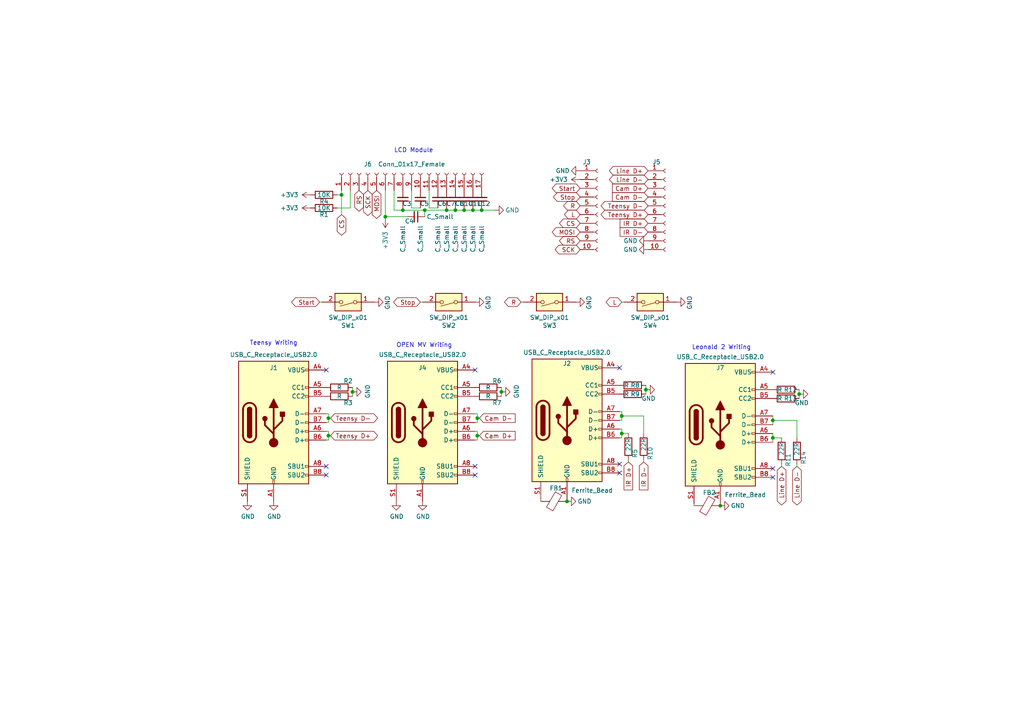
<source format=kicad_sch>
(kicad_sch (version 20211123) (generator eeschema)
  (paper "A4")
  (lib_symbols
    (symbol "Connector:Conn_01x10_Female" (pin_names (offset 1.016) hide)
      (property "Reference" "J" (at 0 12.7 0))
      (property "Value" "Conn_01x10_Female" (at 0 -15.24 0))
      (symbol "Conn_01x10_Female_1_1"
        (arc (start 0 -12.192) (mid -0.508 -12.7) (end 0 -13.208) (stroke (width 0.1524)))
        (arc (start 0 -9.652) (mid -0.508 -10.16) (end 0 -10.668) (stroke (width 0.1524)))
        (arc (start 0 -7.112) (mid -0.508 -7.62) (end 0 -8.128) (stroke (width 0.1524)))
        (arc (start 0 -4.572) (mid -0.508 -5.08) (end 0 -5.588) (stroke (width 0.1524)))
        (arc (start 0 -2.032) (mid -0.508 -2.54) (end 0 -3.048) (stroke (width 0.1524)))
        (polyline (pts (xy -1.27 -12.7) (xy -0.508 -12.7)) (stroke (width 0.1524)))
        (polyline (pts (xy -1.27 -10.16) (xy -0.508 -10.16)) (stroke (width 0.1524)))
        (polyline (pts (xy -1.27 -7.62) (xy -0.508 -7.62)) (stroke (width 0.1524)))
        (polyline (pts (xy -1.27 -5.08) (xy -0.508 -5.08)) (stroke (width 0.1524)))
        (polyline (pts (xy -1.27 -2.54) (xy -0.508 -2.54)) (stroke (width 0.1524)))
        (polyline (pts (xy -1.27 0) (xy -0.508 0)) (stroke (width 0.1524)))
        (polyline (pts (xy -1.27 2.54) (xy -0.508 2.54)) (stroke (width 0.1524)))
        (polyline (pts (xy -1.27 5.08) (xy -0.508 5.08)) (stroke (width 0.1524)))
        (polyline (pts (xy -1.27 7.62) (xy -0.508 7.62)) (stroke (width 0.1524)))
        (polyline (pts (xy -1.27 10.16) (xy -0.508 10.16)) (stroke (width 0.1524)))
        (arc (start 0 0.508) (mid -0.508 0) (end 0 -0.508) (stroke (width 0.1524)))
        (arc (start 0 3.048) (mid -0.508 2.54) (end 0 2.032) (stroke (width 0.1524)))
        (arc (start 0 5.588) (mid -0.508 5.08) (end 0 4.572) (stroke (width 0.1524)))
        (arc (start 0 8.128) (mid -0.508 7.62) (end 0 7.112) (stroke (width 0.1524)))
        (arc (start 0 10.668) (mid -0.508 10.16) (end 0 9.652) (stroke (width 0.1524)))
        (pin passive line (at -5.08 10.16 0) (length 3.81) (name "Pin_1") (number "1"))
        (pin passive line (at -5.08 -12.7 0) (length 3.81) (name "Pin_10") (number "10"))
        (pin passive line (at -5.08 7.62 0) (length 3.81) (name "Pin_2") (number "2"))
        (pin passive line (at -5.08 5.08 0) (length 3.81) (name "Pin_3") (number "3"))
        (pin passive line (at -5.08 2.54 0) (length 3.81) (name "Pin_4") (number "4"))
        (pin passive line (at -5.08 0 0) (length 3.81) (name "Pin_5") (number "5"))
        (pin passive line (at -5.08 -2.54 0) (length 3.81) (name "Pin_6") (number "6"))
        (pin passive line (at -5.08 -5.08 0) (length 3.81) (name "Pin_7") (number "7"))
        (pin passive line (at -5.08 -7.62 0) (length 3.81) (name "Pin_8") (number "8"))
        (pin passive line (at -5.08 -10.16 0) (length 3.81) (name "Pin_9") (number "9"))
      )
    )
    (symbol "Connector:Conn_01x17_Female" (pin_names (offset 1.016) hide)
      (property "Reference" "J" (at 0 22.86 0))
      (property "Value" "Conn_01x17_Female" (at 0 -22.86 0))
      (symbol "Conn_01x17_Female_1_1"
        (arc (start 0 -19.812) (mid -0.508 -20.32) (end 0 -20.828) (stroke (width 0.1524)))
        (arc (start 0 -17.272) (mid -0.508 -17.78) (end 0 -18.288) (stroke (width 0.1524)))
        (arc (start 0 -14.732) (mid -0.508 -15.24) (end 0 -15.748) (stroke (width 0.1524)))
        (arc (start 0 -12.192) (mid -0.508 -12.7) (end 0 -13.208) (stroke (width 0.1524)))
        (arc (start 0 -9.652) (mid -0.508 -10.16) (end 0 -10.668) (stroke (width 0.1524)))
        (arc (start 0 -7.112) (mid -0.508 -7.62) (end 0 -8.128) (stroke (width 0.1524)))
        (arc (start 0 -4.572) (mid -0.508 -5.08) (end 0 -5.588) (stroke (width 0.1524)))
        (arc (start 0 -2.032) (mid -0.508 -2.54) (end 0 -3.048) (stroke (width 0.1524)))
        (polyline (pts (xy -1.27 -20.32) (xy -0.508 -20.32)) (stroke (width 0.1524)))
        (polyline (pts (xy -1.27 -17.78) (xy -0.508 -17.78)) (stroke (width 0.1524)))
        (polyline (pts (xy -1.27 -15.24) (xy -0.508 -15.24)) (stroke (width 0.1524)))
        (polyline (pts (xy -1.27 -12.7) (xy -0.508 -12.7)) (stroke (width 0.1524)))
        (polyline (pts (xy -1.27 -10.16) (xy -0.508 -10.16)) (stroke (width 0.1524)))
        (polyline (pts (xy -1.27 -7.62) (xy -0.508 -7.62)) (stroke (width 0.1524)))
        (polyline (pts (xy -1.27 -5.08) (xy -0.508 -5.08)) (stroke (width 0.1524)))
        (polyline (pts (xy -1.27 -2.54) (xy -0.508 -2.54)) (stroke (width 0.1524)))
        (polyline (pts (xy -1.27 0) (xy -0.508 0)) (stroke (width 0.1524)))
        (polyline (pts (xy -1.27 2.54) (xy -0.508 2.54)) (stroke (width 0.1524)))
        (polyline (pts (xy -1.27 5.08) (xy -0.508 5.08)) (stroke (width 0.1524)))
        (polyline (pts (xy -1.27 7.62) (xy -0.508 7.62)) (stroke (width 0.1524)))
        (polyline (pts (xy -1.27 10.16) (xy -0.508 10.16)) (stroke (width 0.1524)))
        (polyline (pts (xy -1.27 12.7) (xy -0.508 12.7)) (stroke (width 0.1524)))
        (polyline (pts (xy -1.27 15.24) (xy -0.508 15.24)) (stroke (width 0.1524)))
        (polyline (pts (xy -1.27 17.78) (xy -0.508 17.78)) (stroke (width 0.1524)))
        (polyline (pts (xy -1.27 20.32) (xy -0.508 20.32)) (stroke (width 0.1524)))
        (arc (start 0 0.508) (mid -0.508 0) (end 0 -0.508) (stroke (width 0.1524)))
        (arc (start 0 3.048) (mid -0.508 2.54) (end 0 2.032) (stroke (width 0.1524)))
        (arc (start 0 5.588) (mid -0.508 5.08) (end 0 4.572) (stroke (width 0.1524)))
        (arc (start 0 8.128) (mid -0.508 7.62) (end 0 7.112) (stroke (width 0.1524)))
        (arc (start 0 10.668) (mid -0.508 10.16) (end 0 9.652) (stroke (width 0.1524)))
        (arc (start 0 13.208) (mid -0.508 12.7) (end 0 12.192) (stroke (width 0.1524)))
        (arc (start 0 15.748) (mid -0.508 15.24) (end 0 14.732) (stroke (width 0.1524)))
        (arc (start 0 18.288) (mid -0.508 17.78) (end 0 17.272) (stroke (width 0.1524)))
        (arc (start 0 20.828) (mid -0.508 20.32) (end 0 19.812) (stroke (width 0.1524)))
        (pin passive line (at -5.08 20.32 0) (length 3.81) (name "Pin_1") (number "1"))
        (pin passive line (at -5.08 -2.54 0) (length 3.81) (name "Pin_10") (number "10"))
        (pin passive line (at -5.08 -5.08 0) (length 3.81) (name "Pin_11") (number "11"))
        (pin passive line (at -5.08 -7.62 0) (length 3.81) (name "Pin_12") (number "12"))
        (pin passive line (at -5.08 -10.16 0) (length 3.81) (name "Pin_13") (number "13"))
        (pin passive line (at -5.08 -12.7 0) (length 3.81) (name "Pin_14") (number "14"))
        (pin passive line (at -5.08 -15.24 0) (length 3.81) (name "Pin_15") (number "15"))
        (pin passive line (at -5.08 -17.78 0) (length 3.81) (name "Pin_16") (number "16"))
        (pin passive line (at -5.08 -20.32 0) (length 3.81) (name "Pin_17") (number "17"))
        (pin passive line (at -5.08 17.78 0) (length 3.81) (name "Pin_2") (number "2"))
        (pin passive line (at -5.08 15.24 0) (length 3.81) (name "Pin_3") (number "3"))
        (pin passive line (at -5.08 12.7 0) (length 3.81) (name "Pin_4") (number "4"))
        (pin passive line (at -5.08 10.16 0) (length 3.81) (name "Pin_5") (number "5"))
        (pin passive line (at -5.08 7.62 0) (length 3.81) (name "Pin_6") (number "6"))
        (pin passive line (at -5.08 5.08 0) (length 3.81) (name "Pin_7") (number "7"))
        (pin passive line (at -5.08 2.54 0) (length 3.81) (name "Pin_8") (number "8"))
        (pin passive line (at -5.08 0 0) (length 3.81) (name "Pin_9") (number "9"))
      )
    )
    (symbol "Connector:USB_C_Receptacle_USB2.0" (pin_names (offset 1.016))
      (property "Reference" "J" (at -10.16 19.05 0))
      (property "Value" "USB_C_Receptacle_USB2.0" (at 19.05 19.05 0))
      (symbol "USB_C_Receptacle_USB2.0_0_0"
        (rectangle (start -0.254 -17.78) (end 0.254 -16.764))
        (rectangle (start 10.16 -14.986) (end 9.144 -15.494))
        (rectangle (start 10.16 -12.446) (end 9.144 -12.954))
        (rectangle (start 10.16 -4.826) (end 9.144 -5.334))
        (rectangle (start 10.16 -2.286) (end 9.144 -2.794))
        (rectangle (start 10.16 0.254) (end 9.144 -0.254))
        (rectangle (start 10.16 2.794) (end 9.144 2.286))
        (rectangle (start 10.16 7.874) (end 9.144 7.366))
        (rectangle (start 10.16 10.414) (end 9.144 9.906))
        (rectangle (start 10.16 15.494) (end 9.144 14.986))
      )
      (symbol "USB_C_Receptacle_USB2.0_0_1"
        (rectangle (start -10.16 17.78) (end 10.16 -17.78) (stroke (width 0.254)) (fill (type background)))
        (arc (start -8.89 -3.81) (mid -6.985 -5.715) (end -5.08 -3.81) (stroke (width 0.508)))
        (arc (start -7.62 -3.81) (mid -6.985 -4.445) (end -6.35 -3.81) (stroke (width 0.254)))
        (arc (start -7.62 -3.81) (mid -6.985 -4.445) (end -6.35 -3.81) (stroke (width 0.254)) (fill (type outline)))
        (rectangle (start -7.62 -3.81) (end -6.35 3.81) (stroke (width 0.254)) (fill (type outline)))
        (arc (start -6.35 3.81) (mid -6.985 4.445) (end -7.62 3.81) (stroke (width 0.254)))
        (arc (start -6.35 3.81) (mid -6.985 4.445) (end -7.62 3.81) (stroke (width 0.254)) (fill (type outline)))
        (arc (start -5.08 3.81) (mid -6.985 5.715) (end -8.89 3.81) (stroke (width 0.508)))
        (circle (center -2.54 1.143) (radius 0.635) (stroke (width 0.254)) (fill (type outline)))
        (circle (center 0 -5.842) (radius 1.27) (fill (type outline)))
        (polyline (pts (xy -8.89 -3.81) (xy -8.89 3.81)) (stroke (width 0.508)))
        (polyline (pts (xy -5.08 3.81) (xy -5.08 -3.81)) (stroke (width 0.508)))
        (polyline (pts (xy 0 -5.842) (xy 0 4.318)) (stroke (width 0.508)))
        (polyline (pts (xy 0 -3.302) (xy -2.54 -0.762) (xy -2.54 0.508)) (stroke (width 0.508)))
        (polyline (pts (xy 0 -2.032) (xy 2.54 0.508) (xy 2.54 1.778)) (stroke (width 0.508)))
        (polyline (pts (xy -1.27 4.318) (xy 0 6.858) (xy 1.27 4.318) (xy -1.27 4.318)) (stroke (width 0.254)) (fill (type outline)))
        (rectangle (start 1.905 1.778) (end 3.175 3.048) (stroke (width 0.254)) (fill (type outline)))
      )
      (symbol "USB_C_Receptacle_USB2.0_1_1"
        (pin passive line (at 0 -22.86 90) (length 5.08) (name "GND") (number "A1"))
        (pin passive line (at 0 -22.86 90) (length 5.08) hide (name "GND") (number "A12"))
        (pin passive line (at 15.24 15.24 180) (length 5.08) (name "VBUS") (number "A4"))
        (pin bidirectional line (at 15.24 10.16 180) (length 5.08) (name "CC1") (number "A5"))
        (pin bidirectional line (at 15.24 -2.54 180) (length 5.08) (name "D+") (number "A6"))
        (pin bidirectional line (at 15.24 2.54 180) (length 5.08) (name "D-") (number "A7"))
        (pin bidirectional line (at 15.24 -12.7 180) (length 5.08) (name "SBU1") (number "A8"))
        (pin passive line (at 15.24 15.24 180) (length 5.08) hide (name "VBUS") (number "A9"))
        (pin passive line (at 0 -22.86 90) (length 5.08) hide (name "GND") (number "B1"))
        (pin passive line (at 0 -22.86 90) (length 5.08) hide (name "GND") (number "B12"))
        (pin passive line (at 15.24 15.24 180) (length 5.08) hide (name "VBUS") (number "B4"))
        (pin bidirectional line (at 15.24 7.62 180) (length 5.08) (name "CC2") (number "B5"))
        (pin bidirectional line (at 15.24 -5.08 180) (length 5.08) (name "D+") (number "B6"))
        (pin bidirectional line (at 15.24 0 180) (length 5.08) (name "D-") (number "B7"))
        (pin bidirectional line (at 15.24 -15.24 180) (length 5.08) (name "SBU2") (number "B8"))
        (pin passive line (at 15.24 15.24 180) (length 5.08) hide (name "VBUS") (number "B9"))
        (pin passive line (at -7.62 -22.86 90) (length 5.08) (name "SHIELD") (number "S1"))
      )
    )
    (symbol "Device:C_Small" (pin_numbers hide) (pin_names (offset 0.254) hide)
      (property "Reference" "C" (at 0.254 1.778 0))
      (property "Value" "C_Small" (at 0.254 -2.032 0))
      (symbol "C_Small_0_1"
        (polyline (pts (xy -1.524 -0.508) (xy 1.524 -0.508)) (stroke (width 0.3302)))
        (polyline (pts (xy -1.524 0.508) (xy 1.524 0.508)) (stroke (width 0.3048)))
      )
      (symbol "C_Small_1_1"
        (pin passive line (at 0 2.54 270) (length 2.032) (name "~") (number "1"))
        (pin passive line (at 0 -2.54 90) (length 2.032) (name "~") (number "2"))
      )
    )
    (symbol "Device:R" (pin_numbers hide) (pin_names (offset 0))
      (property "Reference" "R" (at 2.032 0 90))
      (property "Value" "R" (at 0 0 90))
      (symbol "R_0_1"
        (rectangle (start -1.016 -2.54) (end 1.016 2.54) (stroke (width 0.254)))
      )
      (symbol "R_1_1"
        (pin passive line (at 0 3.81 270) (length 1.27) (name "~") (number "1"))
        (pin passive line (at 0 -3.81 90) (length 1.27) (name "~") (number "2"))
      )
    )
    (symbol "Switch:SW_DIP_x01" (pin_names (offset 0) hide)
      (property "Reference" "SW" (at 0 3.81 0))
      (property "Value" "SW_DIP_x01" (at 0 -3.81 0))
      (symbol "SW_DIP_x01_0_0"
        (circle (center -2.032 0) (radius 0.508))
        (polyline (pts (xy -1.524 0.127) (xy 2.3622 1.1684)))
        (circle (center 2.032 0) (radius 0.508))
      )
      (symbol "SW_DIP_x01_0_1"
        (rectangle (start -3.81 2.54) (end 3.81 -2.54) (stroke (width 0.254)) (fill (type background)))
      )
      (symbol "SW_DIP_x01_1_1"
        (pin passive line (at -7.62 0 0) (length 5.08) (name "~") (number "1"))
        (pin passive line (at 7.62 0 180) (length 5.08) (name "~") (number "2"))
      )
    )
    (symbol "arduino_mega2560_1-rescue:Ferrite_Bead-Device" (pin_numbers hide) (pin_names (offset 0))
      (property "Reference" "FB" (at -3.81 0.635 90))
      (property "Value" "Ferrite_Bead-Device" (at 3.81 0 90))
      (symbol "Ferrite_Bead-Device_0_1"
        (polyline (pts (xy 0 -1.27) (xy 0 -1.2192)))
        (polyline (pts (xy 0 1.27) (xy 0 1.2954)))
        (polyline (pts (xy -2.7686 0.4064) (xy -1.7018 2.2606) (xy 2.7686 -0.3048) (xy 1.6764 -2.159) (xy -2.7686 0.4064)))
      )
      (symbol "Ferrite_Bead-Device_1_1"
        (pin passive line (at 0 3.81 270) (length 2.54) (name "~") (number "1"))
        (pin passive line (at 0 -3.81 90) (length 2.54) (name "~") (number "2"))
      )
    )
    (symbol "power:+3.3V" (power) (pin_names (offset 0))
      (property "Value" "+3.3V" (at 0 3.556 0))
      (symbol "+3.3V_0_1"
        (polyline (pts (xy -0.762 1.27) (xy 0 2.54)))
        (polyline (pts (xy 0 0) (xy 0 2.54)))
        (polyline (pts (xy 0 2.54) (xy 0.762 1.27)))
      )
      (symbol "+3.3V_1_1"
        (pin power_in line (at 0 0 90) (length 0) hide (name "+3V3") (number "1"))
      )
    )
    (symbol "power:GND" (power) (pin_names (offset 0))
      (property "Value" "GND" (at 0 -3.81 0))
      (symbol "GND_0_1"
        (polyline (pts (xy 0 0) (xy 0 -1.27) (xy 1.27 -1.27) (xy 0 -2.54) (xy -1.27 -1.27) (xy 0 -1.27)))
      )
      (symbol "GND_1_1"
        (pin power_in line (at 0 0 270) (length 0) hide (name "GND") (number "1"))
      )
    )
  )
  (junction (at 95.25 121.285))
  (junction (at 139.7 60.96))
  (junction (at 164.465 145.415))
  (junction (at 102.235 113.665))
  (junction (at 180.34 125.73))
  (junction (at 224.155 121.92))
  (junction (at 123.19 60.96))
  (junction (at 129.54 60.96))
  (junction (at 138.43 121.285))
  (junction (at 180.34 120.65))
  (junction (at 137.16 60.96))
  (junction (at 111.76 62.865))
  (junction (at 134.62 60.96))
  (junction (at 187.325 113.03))
  (junction (at 145.415 113.665))
  (junction (at 99.06 56.515))
  (junction (at 224.155 127))
  (junction (at 116.84 60.96))
  (junction (at 231.775 114.3))
  (junction (at 138.43 126.365))
  (junction (at 208.915 146.685))
  (junction (at 132.08 60.96))
  (junction (at 95.25 126.365))
  (no_connect (at 179.705 106.68))
  (no_connect (at 179.705 134.62))
  (no_connect (at 224.155 138.43))
  (no_connect (at 179.705 137.16))
  (no_connect (at 94.615 107.315))
  (no_connect (at 94.615 137.795))
  (no_connect (at 94.615 135.255))
  (no_connect (at 137.795 107.315))
  (no_connect (at 137.795 135.255))
  (no_connect (at 137.795 137.795))
  (no_connect (at 224.155 135.89))
  (no_connect (at 224.155 107.95))
  (wire (pts (xy 180.34 124.46) (xy 180.34 125.73)))
  (wire (pts (xy 231.14 127) (xy 231.14 121.92)))
  (wire (pts (xy 138.43 127.635) (xy 137.795 127.635)))
  (wire (pts (xy 187.325 114.3) (xy 187.325 113.03)))
  (wire (pts (xy 114.3 60.96) (xy 116.84 60.96)))
  (wire (pts (xy 226.695 135.255) (xy 226.695 134.62)))
  (wire (pts (xy 151.13 87.63) (xy 151.765 87.63)))
  (wire (pts (xy 138.43 125.095) (xy 137.795 125.095)))
  (wire (pts (xy 134.62 60.96) (xy 134.62 60.325)))
  (wire (pts (xy 137.16 60.96) (xy 139.7 60.96)))
  (wire (pts (xy 102.235 112.395) (xy 102.235 113.665)))
  (wire (pts (xy 95.25 122.555) (xy 94.615 122.555)))
  (wire (pts (xy 231.775 114.3) (xy 231.775 113.03)))
  (wire (pts (xy 180.34 125.73) (xy 180.34 127)))
  (wire (pts (xy 186.69 133.985) (xy 186.69 133.35)))
  (wire (pts (xy 116.84 60.96) (xy 116.84 60.325)))
  (wire (pts (xy 186.69 125.73) (xy 186.69 120.65)))
  (wire (pts (xy 180.34 127) (xy 179.705 127)))
  (wire (pts (xy 231.14 135.255) (xy 231.14 134.62)))
  (wire (pts (xy 201.295 146.05) (xy 201.295 146.685)))
  (wire (pts (xy 129.54 60.96) (xy 129.54 60.325)))
  (wire (pts (xy 95.25 125.095) (xy 94.615 125.095)))
  (wire (pts (xy 139.7 60.96) (xy 139.7 60.325)))
  (wire (pts (xy 116.84 60.96) (xy 123.19 60.96)))
  (wire (pts (xy 95.25 125.095) (xy 95.25 126.365)))
  (wire (pts (xy 95.25 120.015) (xy 95.25 121.285)))
  (wire (pts (xy 208.915 146.685) (xy 208.915 146.05)))
  (wire (pts (xy 129.54 60.96) (xy 132.08 60.96)))
  (wire (pts (xy 138.43 125.095) (xy 138.43 126.365)))
  (wire (pts (xy 138.43 121.285) (xy 139.065 121.285)))
  (wire (pts (xy 224.155 120.65) (xy 224.155 121.92)))
  (wire (pts (xy 224.155 125.73) (xy 224.155 127)))
  (wire (pts (xy 187.325 113.03) (xy 187.325 111.76)))
  (wire (pts (xy 145.415 112.395) (xy 145.415 113.665)))
  (wire (pts (xy 224.155 127) (xy 226.695 127)))
  (wire (pts (xy 132.08 60.96) (xy 134.62 60.96)))
  (wire (pts (xy 101.6 60.325) (xy 97.79 60.325)))
  (wire (pts (xy 138.43 122.555) (xy 137.795 122.555)))
  (wire (pts (xy 111.76 62.865) (xy 111.76 55.245)))
  (wire (pts (xy 99.06 56.515) (xy 99.06 55.245)))
  (wire (pts (xy 99.06 62.23) (xy 99.06 56.515)))
  (wire (pts (xy 121.92 87.63) (xy 122.555 87.63)))
  (wire (pts (xy 118.11 62.865) (xy 111.76 62.865)))
  (wire (pts (xy 180.34 120.65) (xy 180.34 121.92)))
  (wire (pts (xy 231.14 121.92) (xy 224.155 121.92)))
  (wire (pts (xy 95.25 121.285) (xy 95.885 121.285)))
  (wire (pts (xy 138.43 126.365) (xy 139.065 126.365)))
  (wire (pts (xy 145.415 113.665) (xy 145.415 114.935)))
  (wire (pts (xy 180.34 119.38) (xy 180.34 120.65)))
  (wire (pts (xy 156.845 144.78) (xy 156.845 145.415)))
  (wire (pts (xy 97.79 56.515) (xy 99.06 56.515)))
  (wire (pts (xy 137.16 60.96) (xy 137.16 60.325)))
  (wire (pts (xy 186.69 120.65) (xy 180.34 120.65)))
  (wire (pts (xy 139.7 60.96) (xy 143.51 60.96)))
  (wire (pts (xy 124.46 60.325) (xy 127 60.325)))
  (wire (pts (xy 132.08 60.96) (xy 132.08 60.325)))
  (wire (pts (xy 224.155 121.92) (xy 224.155 123.19)))
  (wire (pts (xy 182.245 133.985) (xy 182.245 133.35)))
  (wire (pts (xy 138.43 120.015) (xy 137.795 120.015)))
  (wire (pts (xy 101.6 55.245) (xy 101.6 60.325)))
  (wire (pts (xy 180.34 125.73) (xy 182.245 125.73)))
  (wire (pts (xy 180.34 121.92) (xy 179.705 121.92)))
  (wire (pts (xy 224.155 127) (xy 224.155 128.27)))
  (wire (pts (xy 134.62 60.96) (xy 137.16 60.96)))
  (wire (pts (xy 95.25 127.635) (xy 94.615 127.635)))
  (wire (pts (xy 119.38 60.325) (xy 119.38 55.245)))
  (wire (pts (xy 231.775 115.57) (xy 231.775 114.3)))
  (wire (pts (xy 180.34 124.46) (xy 179.705 124.46)))
  (wire (pts (xy 111.76 63.5) (xy 111.76 62.865)))
  (wire (pts (xy 123.19 60.96) (xy 129.54 60.96)))
  (wire (pts (xy 124.46 55.245) (xy 124.46 60.325)))
  (wire (pts (xy 95.25 126.365) (xy 95.885 126.365)))
  (wire (pts (xy 180.34 119.38) (xy 179.705 119.38)))
  (wire (pts (xy 95.25 126.365) (xy 95.25 127.635)))
  (wire (pts (xy 92.71 87.63) (xy 93.345 87.63)))
  (wire (pts (xy 138.43 120.015) (xy 138.43 121.285)))
  (wire (pts (xy 102.235 113.665) (xy 102.235 114.935)))
  (wire (pts (xy 164.465 145.415) (xy 164.465 144.78)))
  (wire (pts (xy 95.25 120.015) (xy 94.615 120.015)))
  (wire (pts (xy 123.19 62.865) (xy 123.19 60.96)))
  (wire (pts (xy 180.34 87.63) (xy 180.975 87.63)))
  (wire (pts (xy 114.3 55.245) (xy 114.3 60.96)))
  (wire (pts (xy 138.43 126.365) (xy 138.43 127.635)))
  (wire (pts (xy 95.25 121.285) (xy 95.25 122.555)))
  (wire (pts (xy 121.92 60.325) (xy 119.38 60.325)))
  (wire (pts (xy 138.43 121.285) (xy 138.43 122.555)))
  (text "OPEN MV Writing" (at 114.935 100.965 0) (effects (font (size 1.27 1.27)) (justify left bottom)))
  (text "Leonald 2 Writing " (at 200.66 101.6 0) (effects (font (size 1.27 1.27)) (justify left bottom)))
  (text "Teensy Writing " (at 72.39 100.33 0) (effects (font (size 1.27 1.27)) (justify left bottom)))
  (text "LCD Module\n" (at 114.3 44.45 0) (effects (font (size 1.27 1.27)) (justify left bottom)))
  (global_label "CS" (shape bidirectional) (at 168.275 64.77 180) (property "Intersheet References" "${INTERSHEET_REFS}" (effects hide)))
  (global_label "IR D-" (shape input) (at 187.96 67.31 180) (property "Intersheet References" "${INTERSHEET_REFS}" (effects hide)))
  (global_label "Cam D+" (shape input) (at 187.96 54.61 180) (property "Intersheet References" "${INTERSHEET_REFS}" (effects hide)))
  (global_label "CS" (shape bidirectional) (at 99.06 62.23 270) (property "Intersheet References" "${INTERSHEET_REFS}" (effects hide)))
  (global_label "Line D+" (shape bidirectional) (at 226.695 135.255 270) (property "Intersheet References" "${INTERSHEET_REFS}" (effects hide)))
  (global_label "Teensy D-" (shape bidirectional) (at 95.885 121.285 0) (property "Intersheet References" "${INTERSHEET_REFS}" (effects hide)))
  (global_label "IR D+" (shape input) (at 187.96 64.77 180) (property "Intersheet References" "${INTERSHEET_REFS}" (effects hide)))
  (global_label "Teensy D+" (shape bidirectional) (at 187.96 62.23 180) (property "Intersheet References" "${INTERSHEET_REFS}" (effects hide)))
  (global_label "Cam D-" (shape input) (at 187.96 57.15 180) (property "Intersheet References" "${INTERSHEET_REFS}" (effects hide)))
  (global_label "SCK" (shape bidirectional) (at 168.275 72.39 180) (property "Intersheet References" "${INTERSHEET_REFS}" (effects hide)))
  (global_label "Stop" (shape bidirectional) (at 121.92 87.63 180) (property "Intersheet References" "${INTERSHEET_REFS}" (effects hide)))
  (global_label "L" (shape bidirectional) (at 168.275 62.23 180) (property "Intersheet References" "${INTERSHEET_REFS}" (effects hide)))
  (global_label "Stop" (shape bidirectional) (at 168.275 57.15 180) (property "Intersheet References" "${INTERSHEET_REFS}" (effects hide)))
  (global_label "Cam D+" (shape input) (at 139.065 126.365 0) (property "Intersheet References" "${INTERSHEET_REFS}" (effects hide)))
  (global_label "RS" (shape bidirectional) (at 168.275 69.85 180) (property "Intersheet References" "${INTERSHEET_REFS}" (effects hide)))
  (global_label "IR D-" (shape input) (at 186.69 133.985 270) (property "Intersheet References" "${INTERSHEET_REFS}" (effects hide)))
  (global_label "MOSI" (shape bidirectional) (at 168.275 67.31 180) (property "Intersheet References" "${INTERSHEET_REFS}" (effects hide)))
  (global_label "SCK" (shape bidirectional) (at 106.68 55.245 270) (property "Intersheet References" "${INTERSHEET_REFS}" (effects hide)))
  (global_label "Cam D-" (shape input) (at 139.065 121.285 0) (property "Intersheet References" "${INTERSHEET_REFS}" (effects hide)))
  (global_label "RS" (shape bidirectional) (at 104.14 55.245 270) (property "Intersheet References" "${INTERSHEET_REFS}" (effects hide)))
  (global_label "Line D-" (shape bidirectional) (at 231.14 135.255 270) (property "Intersheet References" "${INTERSHEET_REFS}" (effects hide)))
  (global_label "Line D+" (shape bidirectional) (at 187.96 49.53 180) (property "Intersheet References" "${INTERSHEET_REFS}" (effects hide)))
  (global_label "R" (shape bidirectional) (at 168.275 59.69 180) (property "Intersheet References" "${INTERSHEET_REFS}" (effects hide)))
  (global_label "Teensy D+" (shape bidirectional) (at 95.885 126.365 0) (property "Intersheet References" "${INTERSHEET_REFS}" (effects hide)))
  (global_label "Line D-" (shape bidirectional) (at 187.96 52.07 180) (property "Intersheet References" "${INTERSHEET_REFS}" (effects hide)))
  (global_label "Start" (shape bidirectional) (at 92.71 87.63 180) (property "Intersheet References" "${INTERSHEET_REFS}" (effects hide)))
  (global_label "MOSI" (shape bidirectional) (at 109.22 55.245 270) (property "Intersheet References" "${INTERSHEET_REFS}" (effects hide)))
  (global_label "Teensy D-" (shape bidirectional) (at 187.96 59.69 180) (property "Intersheet References" "${INTERSHEET_REFS}" (effects hide)))
  (global_label "R" (shape bidirectional) (at 151.13 87.63 180) (property "Intersheet References" "${INTERSHEET_REFS}" (effects hide)))
  (global_label "IR D+" (shape input) (at 182.245 133.985 270) (property "Intersheet References" "${INTERSHEET_REFS}" (effects hide)))
  (global_label "Start" (shape bidirectional) (at 168.275 54.61 180) (property "Intersheet References" "${INTERSHEET_REFS}" (effects hide)))
  (global_label "L" (shape bidirectional) (at 180.34 87.63 180) (property "Intersheet References" "${INTERSHEET_REFS}" (effects hide)))
  (symbol (lib_id "Device:R") (at 227.965 115.57 270) (unit 1)
    (property "Reference" "R13" (at 227.33 115.57 90) (effects (justify left)))
    (property "Value" "R" (at 225.425 115.57 90) (effects (justify left)))
    (property "Footprint" "Resistor_SMD:R_0402_1005Metric" (effects hide))
    (property "LCSC" "C25905" (effects hide))
  )
  (symbol (lib_id "power:+3.3V") (at 111.76 63.5 180) (unit 1)
    (property "Reference" "#PWR018" (effects hide))
    (property "Value" "+3.3V" (at 111.76 72.39 90) (effects (justify right)))
  )
  (symbol (lib_id "Connector:Conn_01x10_Female") (at 193.04 59.69 0) (unit 1)
    (property "Reference" "J5" (at 189.23 46.99 0) (effects (justify left)))
    (property "Value" "Conn_01x10_Female" (effects hide))
    (property "Footprint" "Connector_PinHeader_2.54mm:PinHeader_1x10_P2.54mm_Vertical" (effects hide))
  )
  (symbol (lib_id "Device:R") (at 98.425 112.395 90) (unit 1)
    (property "Reference" "R2" (at 100.965 110.49 90))
    (property "Value" "R" (at 98.425 112.395 90))
    (property "Footprint" "Resistor_SMD:R_0402_1005Metric" (effects hide))
    (property "LCSC" "C25905" (effects hide))
  )
  (symbol (lib_id "power:GND") (at 145.415 113.665 90) (unit 1)
    (property "Reference" "#PWR020" (effects hide))
    (property "Value" "GND" (at 149.8092 113.538 0))
  )
  (symbol (lib_id "power:GND") (at 167.005 87.63 90) (unit 1)
    (property "Reference" "#PWR028" (effects hide))
    (property "Value" "GND" (at 170.815 85.725 0) (effects (justify right)))
  )
  (symbol (lib_id "power:GND") (at 208.915 146.685 90) (unit 1)
    (property "Reference" "#PWR0109" (effects hide))
    (property "Value" "GND" (at 213.995 146.685 90))
  )
  (symbol (lib_id "Device:C_Small") (at 139.7 57.785 180) (unit 1)
    (property "Reference" "C12" (at 142.24 59.055 0) (effects (justify left)))
    (property "Value" "C_Small" (at 139.7 65.405 90) (effects (justify left)))
    (property "Footprint" "Capacitor_SMD:C_0402_1005Metric" (effects hide))
  )
  (symbol (lib_id "Device:R") (at 231.14 130.81 180) (unit 1)
    (property "Reference" "R14" (at 233.045 130.81 90) (effects (justify left)))
    (property "Value" "22R" (at 231.14 128.27 90) (effects (justify left)))
    (property "Footprint" "Resistor_SMD:R_0402_1005Metric" (effects hide))
    (property "LCSC" "C25092" (effects hide))
  )
  (symbol (lib_id "power:GND") (at 114.935 145.415 0) (unit 1)
    (property "Reference" "#PWR012" (effects hide))
    (property "Value" "GND" (at 115.062 149.8092 0))
  )
  (symbol (lib_id "Connector:Conn_01x10_Female") (at 173.355 59.69 0) (unit 1)
    (property "Reference" "J3" (at 170.18 46.99 0))
    (property "Value" "Conn_01x10_Female" (effects hide))
    (property "Footprint" "Connector_PinHeader_2.54mm:PinHeader_1x10_P2.54mm_Vertical" (effects hide))
  )
  (symbol (lib_id "Switch:SW_DIP_x01") (at 100.965 87.63 180) (unit 1)
    (property "Reference" "SW1" (at 100.965 94.4118 0))
    (property "Value" "SW_DIP_x01" (at 100.965 92.1004 0))
    (property "Footprint" "Button_Switch_THT:SW_PUSH_6mm_H5mm" (effects hide))
  )
  (symbol (lib_id "power:+3.3V") (at 168.275 52.07 90) (unit 1)
    (property "Reference" "#PWR0104" (effects hide))
    (property "Value" "+3.3V" (at 159.385 52.07 90) (effects (justify right)))
  )
  (symbol (lib_id "Device:C_Small") (at 134.62 57.785 180) (unit 1)
    (property "Reference" "C10" (at 137.16 59.055 0) (effects (justify left)))
    (property "Value" "C_Small" (at 134.62 65.405 90) (effects (justify left)))
    (property "Footprint" "Capacitor_SMD:C_0402_1005Metric" (effects hide))
    (property "LCSC" "C167339" (effects hide))
  )
  (symbol (lib_id "Device:R") (at 183.515 111.76 270) (unit 1)
    (property "Reference" "R8" (at 182.88 111.76 90) (effects (justify left)))
    (property "Value" "R" (at 180.975 111.76 90) (effects (justify left)))
    (property "Footprint" "Resistor_SMD:R_0402_1005Metric" (effects hide))
    (property "LCSC" "C25905" (effects hide))
  )
  (symbol (lib_id "Device:C_Small") (at 121.92 57.785 180) (unit 1)
    (property "Reference" "C5" (at 124.46 59.055 0) (effects (justify left)))
    (property "Value" "C_Small" (at 121.92 65.405 90) (effects (justify left)))
    (property "Footprint" "Capacitor_SMD:C_0402_1005Metric" (effects hide))
    (property "LCSC" "C167339" (effects hide))
  )
  (symbol (lib_id "power:GND") (at 143.51 60.96 90) (unit 1)
    (property "Reference" "#PWR027" (effects hide))
    (property "Value" "GND" (at 148.59 60.96 90))
  )
  (symbol (lib_id "Device:R") (at 98.425 114.935 90) (unit 1)
    (property "Reference" "R3" (at 100.965 116.84 90))
    (property "Value" "R" (at 98.425 114.935 90))
    (property "Footprint" "Resistor_SMD:R_0402_1005Metric" (effects hide))
    (property "LCSC" "C25905" (effects hide))
  )
  (symbol (lib_id "power:GND") (at 102.235 113.665 90) (unit 1)
    (property "Reference" "#PWR07" (effects hide))
    (property "Value" "GND" (at 106.6292 113.538 0))
  )
  (symbol (lib_id "Device:R") (at 93.98 60.325 90) (unit 1)
    (property "Reference" "R1" (at 93.98 62.23 90))
    (property "Value" "10K" (at 93.98 60.325 90))
    (property "Footprint" "Resistor_SMD:R_0402_1005Metric" (effects hide))
    (property "LCSC" "C25744" (effects hide))
  )
  (symbol (lib_id "Connector:USB_C_Receptacle_USB2.0") (at 122.555 122.555 0) (unit 1)
    (property "Reference" "J4" (at 122.555 106.68 0))
    (property "Value" "USB_C_Receptacle_USB2.0" (at 122.555 102.87 0))
    (property "Footprint" "Connector_USB:USB_C_Receptacle_XKB_U262-16XN-4BVC11" (effects hide))
    (property "Datasheet" "https://www.usb.org/sites/default/files/documents/usb_type-c.zip" (effects hide))
    (property "LCSC" "C2760486" (effects hide))
  )
  (symbol (lib_id "Device:C_Small") (at 129.54 57.785 180) (unit 1)
    (property "Reference" "C7" (at 132.08 59.055 0) (effects (justify left)))
    (property "Value" "C_Small" (at 129.54 65.405 90) (effects (justify left)))
    (property "Footprint" "Capacitor_SMD:C_0402_1005Metric" (effects hide))
    (property "LCSC" "C167339" (effects hide))
  )
  (symbol (lib_id "Device:R") (at 227.965 113.03 270) (unit 1)
    (property "Reference" "R12" (at 227.33 113.03 90) (effects (justify left)))
    (property "Value" "R" (at 225.425 113.03 90) (effects (justify left)))
    (property "Footprint" "Resistor_SMD:R_0402_1005Metric" (effects hide))
    (property "LCSC" "C25905" (effects hide))
  )
  (symbol (lib_id "Device:R") (at 141.605 112.395 90) (unit 1)
    (property "Reference" "R6" (at 144.145 110.49 90))
    (property "Value" "R" (at 141.605 112.395 90))
    (property "Footprint" "Resistor_SMD:R_0402_1005Metric" (effects hide))
    (property "LCSC" "C25905" (effects hide))
  )
  (symbol (lib_id "power:GND") (at 79.375 145.415 0) (unit 1)
    (property "Reference" "#PWR02" (effects hide))
    (property "Value" "GND" (at 79.502 149.8092 0))
  )
  (symbol (lib_id "power:GND") (at 137.795 87.63 90) (unit 1)
    (property "Reference" "#PWR019" (effects hide))
    (property "Value" "GND" (at 141.605 85.725 0) (effects (justify right)))
  )
  (symbol (lib_id "power:GND") (at 71.755 145.415 0) (unit 1)
    (property "Reference" "#PWR01" (effects hide))
    (property "Value" "GND" (at 71.882 149.8092 0))
  )
  (symbol (lib_id "Switch:SW_DIP_x01") (at 159.385 87.63 180) (unit 1)
    (property "Reference" "SW3" (at 159.385 94.4118 0))
    (property "Value" "SW_DIP_x01" (at 159.385 92.1004 0))
    (property "Footprint" "Button_Switch_THT:SW_PUSH_6mm_H5mm" (effects hide))
  )
  (symbol (lib_id "Device:R") (at 141.605 114.935 90) (unit 1)
    (property "Reference" "R7" (at 144.145 116.84 90))
    (property "Value" "R" (at 141.605 114.935 90))
    (property "Footprint" "Resistor_SMD:R_0402_1005Metric" (effects hide))
    (property "LCSC" "C25905" (effects hide))
  )
  (symbol (lib_id "Device:C_Small") (at 137.16 57.785 180) (unit 1)
    (property "Reference" "C11" (at 139.7 59.055 0) (effects (justify left)))
    (property "Value" "C_Small" (at 137.16 65.405 90) (effects (justify left)))
    (property "Footprint" "Capacitor_SMD:C_0402_1005Metric" (effects hide))
    (property "LCSC" "C167339" (effects hide))
  )
  (symbol (lib_id "power:GND") (at 187.96 72.39 270) (unit 1)
    (property "Reference" "#PWR0103" (effects hide))
    (property "Value" "GND" (at 182.88 72.39 90))
  )
  (symbol (lib_id "Device:C_Small") (at 132.08 57.785 180) (unit 1)
    (property "Reference" "C8" (at 134.62 59.055 0) (effects (justify left)))
    (property "Value" "C_Small" (at 132.08 65.405 90) (effects (justify left)))
    (property "Footprint" "Capacitor_SMD:C_0402_1005Metric" (effects hide))
    (property "LCSC" "C167339" (effects hide))
  )
  (symbol (lib_id "power:+3.3V") (at 90.17 60.325 90) (unit 1)
    (property "Reference" "#PWR0102" (effects hide))
    (property "Value" "+3.3V" (at 81.28 60.325 90) (effects (justify right)))
  )
  (symbol (lib_id "power:GND") (at 187.325 113.03 90) (unit 1)
    (property "Reference" "#PWR0107" (effects hide))
    (property "Value" "GND" (at 186.055 115.57 90) (effects (justify right)))
  )
  (symbol (lib_id "Switch:SW_DIP_x01") (at 188.595 87.63 180) (unit 1)
    (property "Reference" "SW4" (at 188.595 94.4118 0))
    (property "Value" "SW_DIP_x01" (at 188.595 92.1004 0))
    (property "Footprint" "Button_Switch_THT:SW_PUSH_6mm_H5mm" (effects hide))
  )
  (symbol (lib_id "power:GND") (at 168.275 49.53 270) (unit 1)
    (property "Reference" "#PWR0105" (effects hide))
    (property "Value" "GND" (at 163.195 49.53 90))
  )
  (symbol (lib_id "power:GND") (at 187.96 69.85 270) (unit 1)
    (property "Reference" "#PWR0106" (effects hide))
    (property "Value" "GND" (at 182.88 69.85 90))
  )
  (symbol (lib_id "Device:C_Small") (at 120.65 62.865 270) (unit 1)
    (property "Reference" "C4" (at 118.745 64.135 90))
    (property "Value" "C_Small" (at 127.635 62.865 90))
    (property "Footprint" "Capacitor_SMD:C_0402_1005Metric" (effects hide))
    (property "LCSC" "C167339" (effects hide))
  )
  (symbol (lib_id "Device:R") (at 183.515 114.3 270) (unit 1)
    (property "Reference" "R9" (at 182.88 114.3 90) (effects (justify left)))
    (property "Value" "R" (at 180.975 114.3 90) (effects (justify left)))
    (property "Footprint" "Resistor_SMD:R_0402_1005Metric" (effects hide))
    (property "LCSC" "C25905" (effects hide))
  )
  (symbol (lib_id "arduino_mega2560_1-rescue:Ferrite_Bead-Device") (at 160.655 145.415 270) (unit 1)
    (property "Reference" "FB1" (at 159.385 141.605 90) (effects (justify left)))
    (property "Value" "Ferrite_Bead" (at 165.735 142.24 90) (effects (justify left)))
    (property "Footprint" "Fuse:Fuse_0805_2012Metric" (effects hide))
    (property "LCSC" "C16903" (effects hide))
  )
  (symbol (lib_id "power:GND") (at 164.465 145.415 90) (unit 1)
    (property "Reference" "#PWR0101" (effects hide))
    (property "Value" "GND" (at 169.545 145.415 90))
  )
  (symbol (lib_id "Device:R") (at 182.245 129.54 180) (unit 1)
    (property "Reference" "R5" (at 184.15 130.175 90) (effects (justify left)))
    (property "Value" "22R" (at 182.245 127 90) (effects (justify left)))
    (property "Footprint" "Resistor_SMD:R_0402_1005Metric" (effects hide))
    (property "LCSC" "C25092" (effects hide))
  )
  (symbol (lib_id "power:+3.3V") (at 90.17 56.515 90) (unit 1)
    (property "Reference" "#PWR011" (effects hide))
    (property "Value" "+3.3V" (at 81.28 56.515 90) (effects (justify right)))
  )
  (symbol (lib_id "power:GND") (at 108.585 87.63 90) (unit 1)
    (property "Reference" "#PWR010" (effects hide))
    (property "Value" "GND" (at 112.395 85.725 0) (effects (justify right)))
  )
  (symbol (lib_id "Device:C_Small") (at 116.84 57.785 180) (unit 1)
    (property "Reference" "C3" (at 119.38 59.055 0) (effects (justify left)))
    (property "Value" "C_Small" (at 116.84 65.405 90) (effects (justify left)))
    (property "Footprint" "Capacitor_SMD:C_0402_1005Metric" (effects hide))
    (property "LCSC" "C167339" (effects hide))
  )
  (symbol (lib_id "Device:R") (at 226.695 130.81 180) (unit 1)
    (property "Reference" "R11" (at 228.6 131.445 90) (effects (justify left)))
    (property "Value" "22R" (at 226.695 128.27 90) (effects (justify left)))
    (property "Footprint" "Resistor_SMD:R_0402_1005Metric" (effects hide))
    (property "LCSC" "C25092" (effects hide))
  )
  (symbol (lib_id "Device:C_Small") (at 127 57.785 180) (unit 1)
    (property "Reference" "C6" (at 129.54 59.055 0) (effects (justify left)))
    (property "Value" "C_Small" (at 127 65.405 90) (effects (justify left)))
    (property "Footprint" "Capacitor_SMD:C_0402_1005Metric" (effects hide))
    (property "LCSC" "C167339" (effects hide))
  )
  (symbol (lib_id "Switch:SW_DIP_x01") (at 130.175 87.63 180) (unit 1)
    (property "Reference" "SW2" (at 130.175 94.4118 0))
    (property "Value" "SW_DIP_x01" (at 130.175 92.1004 0))
    (property "Footprint" "Button_Switch_THT:SW_PUSH_6mm_H5mm" (effects hide))
  )
  (symbol (lib_id "Connector:USB_C_Receptacle_USB2.0") (at 164.465 121.92 0) (unit 1)
    (property "Reference" "J2" (at 164.465 105.41 0))
    (property "Value" "USB_C_Receptacle_USB2.0" (at 164.465 102.235 0))
    (property "Footprint" "Connector_USB:USB_C_Receptacle_XKB_U262-16XN-4BVC11" (effects hide))
    (property "Datasheet" "https://www.usb.org/sites/default/files/documents/usb_type-c.zip" (effects hide))
    (property "LCSC" "C2760486" (effects hide))
  )
  (symbol (lib_id "Device:R") (at 186.69 129.54 180) (unit 1)
    (property "Reference" "R10" (at 188.595 129.54 90) (effects (justify left)))
    (property "Value" "22R" (at 186.69 127 90) (effects (justify left)))
    (property "Footprint" "Resistor_SMD:R_0402_1005Metric" (effects hide))
    (property "LCSC" "C25092" (effects hide))
  )
  (symbol (lib_id "Device:R") (at 93.98 56.515 270) (unit 1)
    (property "Reference" "R4" (at 93.98 58.42 90))
    (property "Value" "10K" (at 93.98 56.515 90))
    (property "Footprint" "Resistor_SMD:R_0402_1005Metric" (effects hide))
    (property "LCSC" "C25744" (effects hide))
  )
  (symbol (lib_id "power:GND") (at 231.775 114.3 90) (unit 1)
    (property "Reference" "#PWR0108" (effects hide))
    (property "Value" "GND" (at 230.505 116.84 90) (effects (justify right)))
  )
  (symbol (lib_id "Connector:USB_C_Receptacle_USB2.0") (at 79.375 122.555 0) (unit 1)
    (property "Reference" "J1" (at 79.375 106.68 0))
    (property "Value" "USB_C_Receptacle_USB2.0" (at 79.375 102.87 0))
    (property "Footprint" "Connector_USB:USB_C_Receptacle_XKB_U262-16XN-4BVC11" (effects hide))
    (property "Datasheet" "https://www.usb.org/sites/default/files/documents/usb_type-c.zip" (effects hide))
    (property "LCSC" "C2760486" (effects hide))
  )
  (symbol (lib_id "power:GND") (at 122.555 145.415 0) (unit 1)
    (property "Reference" "#PWR014" (effects hide))
    (property "Value" "GND" (at 122.682 149.8092 0))
  )
  (symbol (lib_id "Connector:Conn_01x17_Female") (at 119.38 50.165 90) (unit 1)
    (property "Reference" "J6" (at 106.68 47.625 90))
    (property "Value" "Conn_01x17_Female" (at 119.38 47.625 90))
    (property "Footprint" "katamura1:LCDmodule_aqm1248a" (effects hide))
  )
  (symbol (lib_id "power:GND") (at 196.215 87.63 90) (unit 1)
    (property "Reference" "#PWR034" (effects hide))
    (property "Value" "GND" (at 200.025 85.725 0) (effects (justify right)))
  )
  (symbol (lib_id "arduino_mega2560_1-rescue:Ferrite_Bead-Device") (at 205.105 146.685 270) (unit 1)
    (property "Reference" "FB2" (at 203.835 142.875 90) (effects (justify left)))
    (property "Value" "Ferrite_Bead" (at 210.185 143.51 90) (effects (justify left)))
    (property "Footprint" "Fuse:Fuse_0805_2012Metric" (effects hide))
    (property "LCSC" "C16903" (effects hide))
  )
  (symbol (lib_id "Connector:USB_C_Receptacle_USB2.0") (at 208.915 123.19 0) (unit 1)
    (property "Reference" "J7" (at 208.915 106.68 0))
    (property "Value" "USB_C_Receptacle_USB2.0" (at 208.915 103.505 0))
    (property "Footprint" "Connector_USB:USB_C_Receptacle_XKB_U262-16XN-4BVC11" (effects hide))
    (property "Datasheet" "https://www.usb.org/sites/default/files/documents/usb_type-c.zip" (effects hide))
    (property "LCSC" "C2760486" (effects hide))
  )
)
</source>
